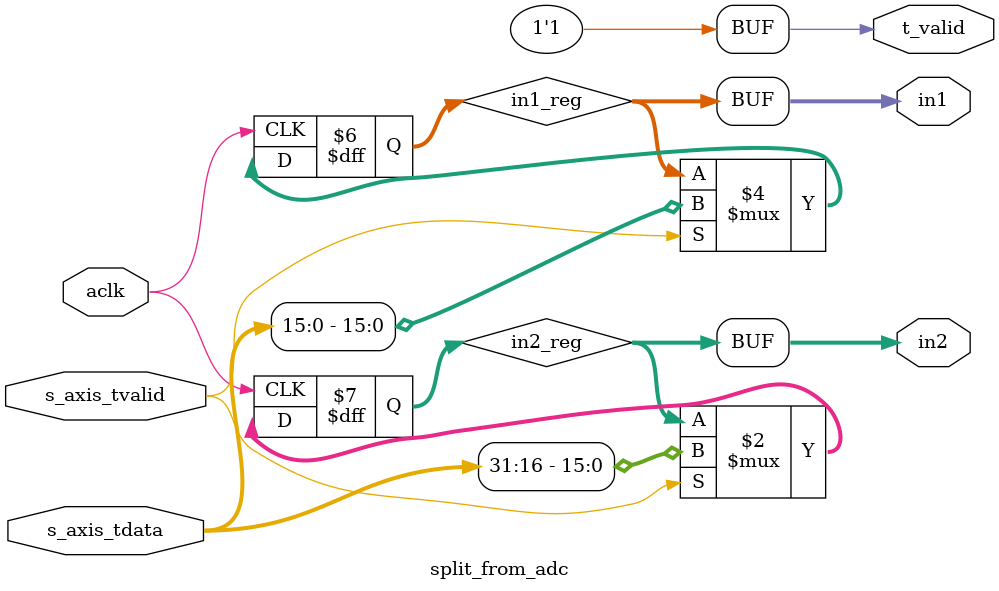
<source format=v>

`timescale 1 ns / 1 ps

module split_from_adc #
(
  parameter integer PADDED_DATA_WIDTH = 16,
  parameter integer AXIS_TDATA_WIDTH = 32
)
(
  //Input from the ADC is a single AXI stream
  //Clock signal
  (* X_INTERFACE_PARAMETER = "FREQ_HZ 125000000" *)
  input wire                        aclk,
  (* X_INTERFACE_PARAMETER = "FREQ_HZ 125000000" *)
  //Data
  input wire [AXIS_TDATA_WIDTH-1:0] s_axis_tdata,
  input wire                        s_axis_tvalid,
  
  //Wires carrying the output data
  (* X_INTERFACE_PARAMETER = "FREQ_HZ 125000000" *)  
  output wire [PADDED_DATA_WIDTH-1:0] in1,
  (* X_INTERFACE_PARAMETER = "FREQ_HZ 125000000" *)
  output wire [PADDED_DATA_WIDTH-1:0] in2,
  //Only need a single t_valid, since both will 
  //be valid at the same time
  output wire t_valid
);

  //Registers to hold the data in-between valid signals
  reg  [PADDED_DATA_WIDTH-1:0] in1_reg;
  reg  [PADDED_DATA_WIDTH-1:0] in2_reg;

  //Every clock signal, update both registers if the AXI
  //stream is valid.
  always @(posedge aclk)
  begin
    if(s_axis_tvalid)
    begin
        in1_reg <= s_axis_tdata[15:0];
        in2_reg <= s_axis_tdata[31:16];
    end
  end

  //Connect output wires to the registers
  assign in1 = in1_reg;
  assign in2 = in2_reg;

  //Because registers always hold valid data,
  //output will always be valid
  assign t_valid  = 1'b1;

endmodule

</source>
